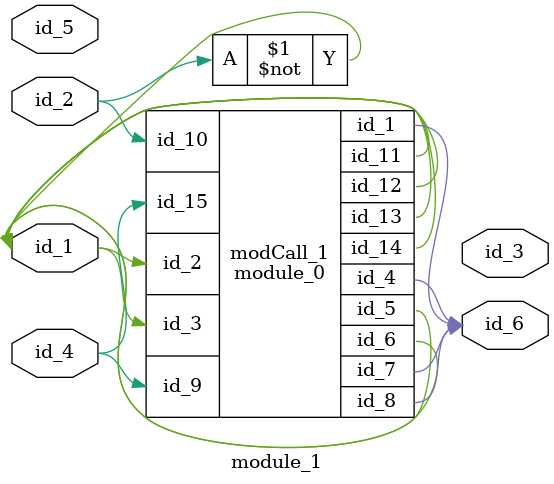
<source format=v>
module module_0 (
    id_1,
    id_2,
    id_3,
    id_4,
    id_5,
    id_6,
    id_7,
    id_8,
    id_9,
    id_10,
    id_11,
    id_12,
    id_13,
    id_14,
    id_15
);
  input wire id_15;
  inout wire id_14;
  output wire id_13;
  output wire id_12;
  inout wire id_11;
  input wire id_10;
  input wire id_9;
  output wire id_8;
  output wire id_7;
  output wire id_6;
  output wire id_5;
  output wire id_4;
  input wire id_3;
  input wire id_2;
  output wire id_1;
  wire id_16;
  wire id_17;
  wire id_18;
endmodule
module module_1 (
    id_1,
    id_2,
    id_3,
    id_4,
    id_5,
    id_6
);
  output wire id_6;
  input wire id_5;
  input wire id_4;
  output wire id_3;
  input wire id_2;
  inout wire id_1;
  assign id_3[1] = 1 ? 1 : id_5 & id_2 ? id_5 : 1'h0 - 1;
  not primCall (id_1, id_2);
  module_0 modCall_1 (
      id_6,
      id_1,
      id_1,
      id_6,
      id_1,
      id_1,
      id_6,
      id_6,
      id_4,
      id_2,
      id_1,
      id_1,
      id_1,
      id_1,
      id_4
  );
endmodule

</source>
